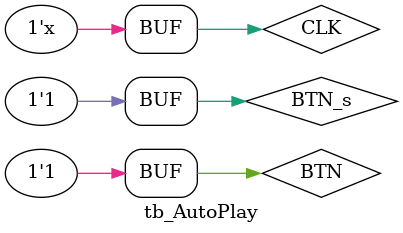
<source format=v>
`timescale 1ns / 1ps
module tb_AutoPlay();
    reg CLK=1;
    reg BTN = 0;
    reg BTN_s = 1;
    wire PWM;
    AutoPlay AutoPlay_0(CLK, BTN, BTN_s, PWM);    
    always begin
        #4 CLK= ~CLK;
    end
    initial begin
        #1000 BTN = 0;
        #1000 BTN = 1;
    end
endmodule
</source>
